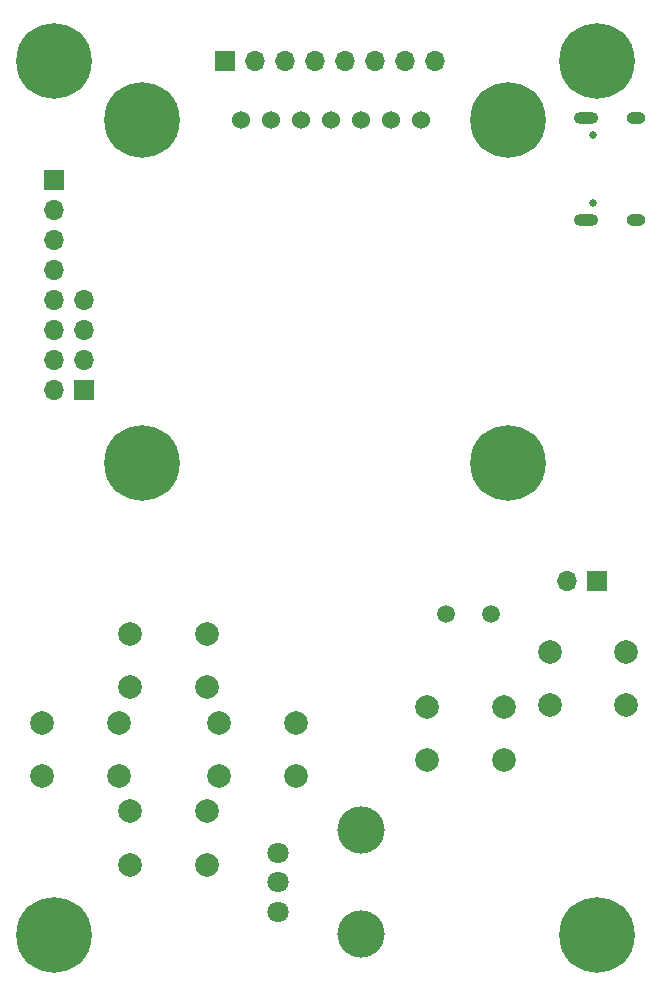
<source format=gts>
G04 #@! TF.GenerationSoftware,KiCad,Pcbnew,5.1.9+dfsg1-1*
G04 #@! TF.CreationDate,2022-06-11T22:33:06-07:00*
G04 #@! TF.ProjectId,keygame,6b657967-616d-4652-9e6b-696361645f70,rev?*
G04 #@! TF.SameCoordinates,Original*
G04 #@! TF.FileFunction,Soldermask,Top*
G04 #@! TF.FilePolarity,Negative*
%FSLAX46Y46*%
G04 Gerber Fmt 4.6, Leading zero omitted, Abs format (unit mm)*
G04 Created by KiCad (PCBNEW 5.1.9+dfsg1-1) date 2022-06-11 22:33:06*
%MOMM*%
%LPD*%
G01*
G04 APERTURE LIST*
%ADD10C,0.800000*%
%ADD11C,6.400000*%
%ADD12R,1.700000X1.700000*%
%ADD13O,1.700000X1.700000*%
%ADD14C,2.000000*%
%ADD15C,1.524000*%
%ADD16C,1.800000*%
%ADD17C,4.000000*%
%ADD18C,1.500000*%
%ADD19O,1.600000X1.000000*%
%ADD20C,0.650000*%
%ADD21O,2.100000X1.000000*%
G04 APERTURE END LIST*
D10*
G04 #@! TO.C,H1*
X139697056Y-19302944D03*
X138000000Y-18600000D03*
X136302944Y-19302944D03*
X135600000Y-21000000D03*
X136302944Y-22697056D03*
X138000000Y-23400000D03*
X139697056Y-22697056D03*
X140400000Y-21000000D03*
D11*
X138000000Y-21000000D03*
G04 #@! TD*
G04 #@! TO.C,H2*
X184000000Y-21000000D03*
D10*
X186400000Y-21000000D03*
X185697056Y-22697056D03*
X184000000Y-23400000D03*
X182302944Y-22697056D03*
X181600000Y-21000000D03*
X182302944Y-19302944D03*
X184000000Y-18600000D03*
X185697056Y-19302944D03*
G04 #@! TD*
G04 #@! TO.C,H3*
X139697056Y-93302944D03*
X138000000Y-92600000D03*
X136302944Y-93302944D03*
X135600000Y-95000000D03*
X136302944Y-96697056D03*
X138000000Y-97400000D03*
X139697056Y-96697056D03*
X140400000Y-95000000D03*
D11*
X138000000Y-95000000D03*
G04 #@! TD*
G04 #@! TO.C,H4*
X184000000Y-95000000D03*
D10*
X186400000Y-95000000D03*
X185697056Y-96697056D03*
X184000000Y-97400000D03*
X182302944Y-96697056D03*
X181600000Y-95000000D03*
X182302944Y-93302944D03*
X184000000Y-92600000D03*
X185697056Y-93302944D03*
G04 #@! TD*
D11*
G04 #@! TO.C,H6*
X176500000Y-26000000D03*
D10*
X178900000Y-26000000D03*
X178197056Y-27697056D03*
X176500000Y-28400000D03*
X174802944Y-27697056D03*
X174100000Y-26000000D03*
X174802944Y-24302944D03*
X176500000Y-23600000D03*
X178197056Y-24302944D03*
G04 #@! TD*
G04 #@! TO.C,H7*
X147197056Y-53302944D03*
X145500000Y-52600000D03*
X143802944Y-53302944D03*
X143100000Y-55000000D03*
X143802944Y-56697056D03*
X145500000Y-57400000D03*
X147197056Y-56697056D03*
X147900000Y-55000000D03*
D11*
X145500000Y-55000000D03*
G04 #@! TD*
G04 #@! TO.C,H8*
X176500000Y-55000000D03*
D10*
X178900000Y-55000000D03*
X178197056Y-56697056D03*
X176500000Y-57400000D03*
X174802944Y-56697056D03*
X174100000Y-55000000D03*
X174802944Y-53302944D03*
X176500000Y-52600000D03*
X178197056Y-53302944D03*
G04 #@! TD*
D12*
G04 #@! TO.C,LS1*
X184000000Y-65000000D03*
D13*
X181460000Y-65000000D03*
G04 #@! TD*
D14*
G04 #@! TO.C,SW1*
X152000000Y-81500000D03*
X152000000Y-77000000D03*
X158500000Y-81500000D03*
X158500000Y-77000000D03*
G04 #@! TD*
G04 #@! TO.C,SW2*
X143500000Y-77000000D03*
X143500000Y-81500000D03*
X137000000Y-77000000D03*
X137000000Y-81500000D03*
G04 #@! TD*
G04 #@! TO.C,SW3*
X169625001Y-80175001D03*
X169625001Y-75675001D03*
X176125001Y-80175001D03*
X176125001Y-75675001D03*
G04 #@! TD*
G04 #@! TO.C,SW4*
X186500000Y-71000000D03*
X186500000Y-75500000D03*
X180000000Y-71000000D03*
X180000000Y-75500000D03*
G04 #@! TD*
G04 #@! TO.C,SW5*
X151000000Y-84500000D03*
X151000000Y-89000000D03*
X144500000Y-84500000D03*
X144500000Y-89000000D03*
G04 #@! TD*
G04 #@! TO.C,SW6*
X144500000Y-74000000D03*
X144500000Y-69500000D03*
X151000000Y-74000000D03*
X151000000Y-69500000D03*
G04 #@! TD*
D15*
G04 #@! TO.C,U2*
X161500000Y-26000000D03*
X158960000Y-26000000D03*
X164040000Y-26000000D03*
X156420000Y-26000000D03*
X166580000Y-26000000D03*
X153880000Y-26000000D03*
X169120000Y-26000000D03*
G04 #@! TD*
D12*
G04 #@! TO.C,J1*
X152500000Y-21000000D03*
D13*
X155040000Y-21000000D03*
X157580000Y-21000000D03*
X160120000Y-21000000D03*
X162660000Y-21000000D03*
X165200000Y-21000000D03*
X167740000Y-21000000D03*
X170280000Y-21000000D03*
G04 #@! TD*
D16*
G04 #@! TO.C,RV1*
X157000000Y-88000000D03*
X157000000Y-90500000D03*
X157000000Y-93000000D03*
D17*
X164000000Y-86100000D03*
X164000000Y-94900000D03*
G04 #@! TD*
D11*
G04 #@! TO.C,H5*
X145500000Y-26000000D03*
D10*
X147900000Y-26000000D03*
X147197056Y-27697056D03*
X145500000Y-28400000D03*
X143802944Y-27697056D03*
X143100000Y-26000000D03*
X143802944Y-24302944D03*
X145500000Y-23600000D03*
X147197056Y-24302944D03*
G04 #@! TD*
D12*
G04 #@! TO.C,J2*
X138000000Y-31000000D03*
D13*
X138000000Y-33540000D03*
X138000000Y-36080000D03*
X138000000Y-38620000D03*
X138000000Y-41160000D03*
X138000000Y-43700000D03*
X138000000Y-46240000D03*
X138000000Y-48780000D03*
G04 #@! TD*
D12*
G04 #@! TO.C,J3*
X140540000Y-48780000D03*
D13*
X140540000Y-46240000D03*
X140540000Y-43700000D03*
X140540000Y-41160000D03*
G04 #@! TD*
D18*
G04 #@! TO.C,Y1*
X175000000Y-67750000D03*
X171200000Y-67750000D03*
G04 #@! TD*
D19*
G04 #@! TO.C,P1*
X187300000Y-34430000D03*
D20*
X183650000Y-33000000D03*
D19*
X187300000Y-25790000D03*
D20*
X183650000Y-27220000D03*
D21*
X183120000Y-25790000D03*
X183120000Y-34430000D03*
G04 #@! TD*
M02*

</source>
